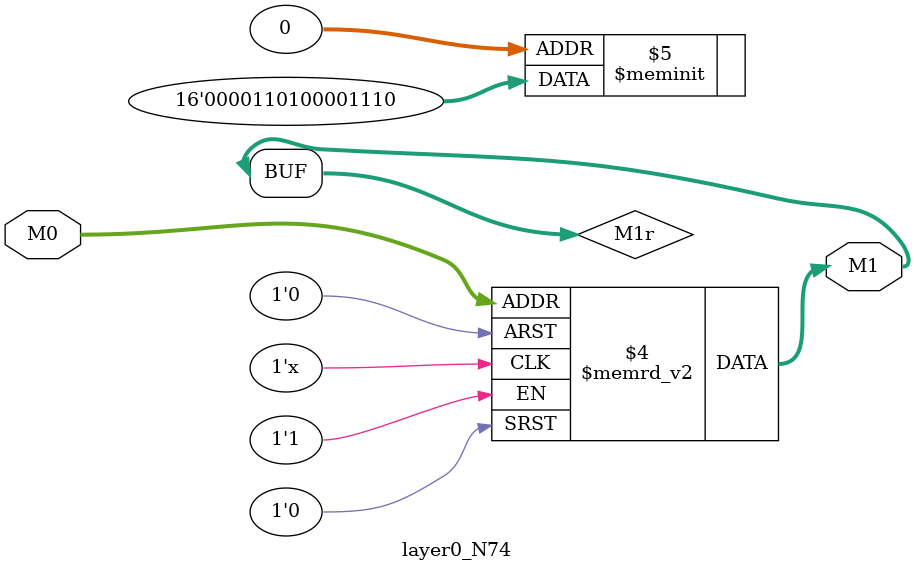
<source format=v>
module layer0_N74 ( input [2:0] M0, output [1:0] M1 );

	(*rom_style = "distributed" *) reg [1:0] M1r;
	assign M1 = M1r;
	always @ (M0) begin
		case (M0)
			3'b000: M1r = 2'b10;
			3'b100: M1r = 2'b01;
			3'b010: M1r = 2'b00;
			3'b110: M1r = 2'b00;
			3'b001: M1r = 2'b11;
			3'b101: M1r = 2'b11;
			3'b011: M1r = 2'b00;
			3'b111: M1r = 2'b00;

		endcase
	end
endmodule

</source>
